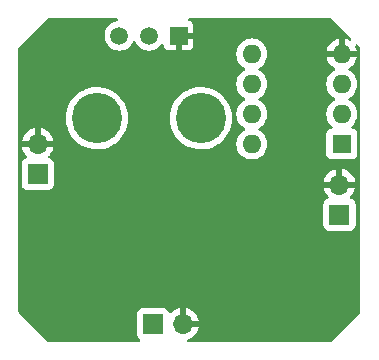
<source format=gbl>
G04 #@! TF.GenerationSoftware,KiCad,Pcbnew,(6.0.7)*
G04 #@! TF.CreationDate,2024-01-15T20:32:35-05:00*
G04 #@! TF.ProjectId,pcb_chip,7063625f-6368-4697-902e-6b696361645f,rev?*
G04 #@! TF.SameCoordinates,Original*
G04 #@! TF.FileFunction,Copper,L2,Bot*
G04 #@! TF.FilePolarity,Positive*
%FSLAX46Y46*%
G04 Gerber Fmt 4.6, Leading zero omitted, Abs format (unit mm)*
G04 Created by KiCad (PCBNEW (6.0.7)) date 2024-01-15 20:32:35*
%MOMM*%
%LPD*%
G01*
G04 APERTURE LIST*
G04 #@! TA.AperFunction,ComponentPad*
%ADD10R,1.600000X1.600000*%
G04 #@! TD*
G04 #@! TA.AperFunction,ComponentPad*
%ADD11O,1.600000X1.600000*%
G04 #@! TD*
G04 #@! TA.AperFunction,ComponentPad*
%ADD12R,1.500000X1.500000*%
G04 #@! TD*
G04 #@! TA.AperFunction,ComponentPad*
%ADD13C,1.500000*%
G04 #@! TD*
G04 #@! TA.AperFunction,ComponentPad*
%ADD14C,4.260000*%
G04 #@! TD*
G04 #@! TA.AperFunction,ComponentPad*
%ADD15R,1.700000X1.700000*%
G04 #@! TD*
G04 #@! TA.AperFunction,ComponentPad*
%ADD16O,1.700000X1.700000*%
G04 #@! TD*
G04 #@! TA.AperFunction,ViaPad*
%ADD17C,1.600000*%
G04 #@! TD*
G04 APERTURE END LIST*
D10*
X141173200Y-90932000D03*
D11*
X141173200Y-88392000D03*
X141173200Y-85852000D03*
X141173200Y-83312000D03*
X133553200Y-83312000D03*
X133553200Y-85852000D03*
X133553200Y-88392000D03*
X133553200Y-90932000D03*
D12*
X127341000Y-81755000D03*
D13*
X124841000Y-81755000D03*
X122341000Y-81755000D03*
D14*
X129241000Y-88755000D03*
X120441000Y-88755000D03*
D15*
X115417600Y-93477000D03*
D16*
X115417600Y-90937000D03*
D15*
X140970000Y-96906000D03*
D16*
X140970000Y-94366000D03*
D15*
X125171200Y-106172000D03*
D16*
X127711200Y-106172000D03*
D17*
X115163600Y-99872800D03*
G04 #@! TA.AperFunction,Conductor*
G36*
X122152204Y-80284502D02*
G01*
X122198697Y-80338158D01*
X122208801Y-80408432D01*
X122179307Y-80473012D01*
X122116695Y-80512207D01*
X121908924Y-80567880D01*
X121815562Y-80611415D01*
X121714334Y-80658618D01*
X121714329Y-80658621D01*
X121709347Y-80660944D01*
X121704840Y-80664100D01*
X121704838Y-80664101D01*
X121533473Y-80784092D01*
X121533470Y-80784094D01*
X121528962Y-80787251D01*
X121373251Y-80942962D01*
X121370094Y-80947470D01*
X121370092Y-80947473D01*
X121291938Y-81059089D01*
X121246944Y-81123347D01*
X121244621Y-81128329D01*
X121244618Y-81128334D01*
X121205195Y-81212878D01*
X121153880Y-81322924D01*
X121096885Y-81535629D01*
X121077693Y-81755000D01*
X121096885Y-81974371D01*
X121153880Y-82187076D01*
X121173277Y-82228673D01*
X121244618Y-82381666D01*
X121244621Y-82381671D01*
X121246944Y-82386653D01*
X121250100Y-82391160D01*
X121250101Y-82391162D01*
X121367873Y-82559357D01*
X121373251Y-82567038D01*
X121528962Y-82722749D01*
X121709346Y-82849056D01*
X121908924Y-82942120D01*
X122121629Y-82999115D01*
X122341000Y-83018307D01*
X122560371Y-82999115D01*
X122773076Y-82942120D01*
X122972654Y-82849056D01*
X123153038Y-82722749D01*
X123308749Y-82567038D01*
X123314128Y-82559357D01*
X123431899Y-82391162D01*
X123431900Y-82391160D01*
X123435056Y-82386653D01*
X123437379Y-82381671D01*
X123437382Y-82381666D01*
X123476805Y-82297122D01*
X123523722Y-82243837D01*
X123592000Y-82224376D01*
X123659960Y-82244918D01*
X123705195Y-82297122D01*
X123744618Y-82381666D01*
X123744621Y-82381671D01*
X123746944Y-82386653D01*
X123750100Y-82391160D01*
X123750101Y-82391162D01*
X123867873Y-82559357D01*
X123873251Y-82567038D01*
X124028962Y-82722749D01*
X124209346Y-82849056D01*
X124408924Y-82942120D01*
X124621629Y-82999115D01*
X124841000Y-83018307D01*
X125060371Y-82999115D01*
X125273076Y-82942120D01*
X125472654Y-82849056D01*
X125653038Y-82722749D01*
X125808749Y-82567038D01*
X125814128Y-82559357D01*
X125855206Y-82500691D01*
X125910663Y-82456363D01*
X125981283Y-82449054D01*
X126044643Y-82481085D01*
X126080628Y-82542286D01*
X126083682Y-82559357D01*
X126088895Y-82607352D01*
X126092521Y-82622604D01*
X126137676Y-82743054D01*
X126146214Y-82758649D01*
X126222715Y-82860724D01*
X126235276Y-82873285D01*
X126337351Y-82949786D01*
X126352946Y-82958324D01*
X126473394Y-83003478D01*
X126488649Y-83007105D01*
X126539514Y-83012631D01*
X126546328Y-83013000D01*
X127068885Y-83013000D01*
X127084124Y-83008525D01*
X127085329Y-83007135D01*
X127087000Y-82999452D01*
X127087000Y-82994884D01*
X127595000Y-82994884D01*
X127599475Y-83010123D01*
X127600865Y-83011328D01*
X127608548Y-83012999D01*
X128135669Y-83012999D01*
X128142490Y-83012629D01*
X128193352Y-83007105D01*
X128208604Y-83003479D01*
X128329054Y-82958324D01*
X128344649Y-82949786D01*
X128446724Y-82873285D01*
X128459285Y-82860724D01*
X128535786Y-82758649D01*
X128544324Y-82743054D01*
X128589478Y-82622606D01*
X128593105Y-82607351D01*
X128598631Y-82556486D01*
X128599000Y-82549672D01*
X128599000Y-82027115D01*
X128594525Y-82011876D01*
X128593135Y-82010671D01*
X128585452Y-82009000D01*
X127613115Y-82009000D01*
X127597876Y-82013475D01*
X127596671Y-82014865D01*
X127595000Y-82022548D01*
X127595000Y-82994884D01*
X127087000Y-82994884D01*
X127087000Y-81627000D01*
X127107002Y-81558879D01*
X127160658Y-81512386D01*
X127213000Y-81501000D01*
X128580884Y-81501000D01*
X128596123Y-81496525D01*
X128597328Y-81495135D01*
X128598999Y-81487452D01*
X128598999Y-80960331D01*
X128598629Y-80953510D01*
X128593105Y-80902648D01*
X128589479Y-80887396D01*
X128544324Y-80766946D01*
X128535786Y-80751351D01*
X128459285Y-80649276D01*
X128446724Y-80636715D01*
X128344649Y-80560214D01*
X128329054Y-80551676D01*
X128213835Y-80508482D01*
X128157071Y-80465840D01*
X128132371Y-80399279D01*
X128147579Y-80329930D01*
X128197865Y-80279812D01*
X128258065Y-80264500D01*
X140199183Y-80264500D01*
X140267304Y-80284502D01*
X140288278Y-80301405D01*
X141946656Y-81959784D01*
X141980682Y-82022096D01*
X141975617Y-82092912D01*
X141933070Y-82149747D01*
X141866550Y-82174558D01*
X141804311Y-82163074D01*
X141627253Y-82080510D01*
X141616961Y-82076764D01*
X141444697Y-82030606D01*
X141430601Y-82030942D01*
X141427200Y-82038884D01*
X141427200Y-83039885D01*
X141431675Y-83055124D01*
X141433065Y-83056329D01*
X141440748Y-83058000D01*
X142441167Y-83058000D01*
X142454698Y-83054027D01*
X142455927Y-83045478D01*
X142408436Y-82868239D01*
X142404690Y-82857947D01*
X142322126Y-82680889D01*
X142311465Y-82610698D01*
X142340445Y-82545885D01*
X142399865Y-82507028D01*
X142470859Y-82506465D01*
X142525416Y-82538544D01*
X142710595Y-82723723D01*
X142744621Y-82786035D01*
X142747500Y-82812818D01*
X142747500Y-105147183D01*
X142727498Y-105215304D01*
X142710595Y-105236278D01*
X140288278Y-107658595D01*
X140225966Y-107692621D01*
X140199183Y-107695500D01*
X128217587Y-107695500D01*
X128149466Y-107675498D01*
X128102973Y-107621842D01*
X128092869Y-107551568D01*
X128122363Y-107486988D01*
X128181380Y-107448814D01*
X128203452Y-107442192D01*
X128213042Y-107438433D01*
X128404295Y-107344739D01*
X128413145Y-107339464D01*
X128586528Y-107215792D01*
X128594400Y-107209139D01*
X128745252Y-107058812D01*
X128751930Y-107050965D01*
X128876203Y-106878020D01*
X128881513Y-106869183D01*
X128975870Y-106678267D01*
X128979669Y-106668672D01*
X129041577Y-106464910D01*
X129043755Y-106454837D01*
X129045186Y-106443962D01*
X129042975Y-106429778D01*
X129029817Y-106426000D01*
X127583200Y-106426000D01*
X127515079Y-106405998D01*
X127468586Y-106352342D01*
X127457200Y-106300000D01*
X127457200Y-105899885D01*
X127965200Y-105899885D01*
X127969675Y-105915124D01*
X127971065Y-105916329D01*
X127978748Y-105918000D01*
X129029544Y-105918000D01*
X129043075Y-105914027D01*
X129044380Y-105904947D01*
X129002414Y-105737875D01*
X128999094Y-105728124D01*
X128914172Y-105532814D01*
X128909305Y-105523739D01*
X128793626Y-105344926D01*
X128787336Y-105336757D01*
X128644006Y-105179240D01*
X128636473Y-105172215D01*
X128469339Y-105040222D01*
X128460752Y-105034517D01*
X128274317Y-104931599D01*
X128264905Y-104927369D01*
X128064159Y-104856280D01*
X128054188Y-104853646D01*
X127983037Y-104840972D01*
X127969740Y-104842432D01*
X127965200Y-104856989D01*
X127965200Y-105899885D01*
X127457200Y-105899885D01*
X127457200Y-104855102D01*
X127453282Y-104841758D01*
X127439006Y-104839771D01*
X127400524Y-104845660D01*
X127390488Y-104848051D01*
X127188068Y-104914212D01*
X127178559Y-104918209D01*
X126989663Y-105016542D01*
X126980938Y-105022036D01*
X126810633Y-105149905D01*
X126802926Y-105156748D01*
X126725678Y-105237584D01*
X126664154Y-105273014D01*
X126593242Y-105269557D01*
X126535455Y-105228311D01*
X126516602Y-105194763D01*
X126474967Y-105083703D01*
X126471815Y-105075295D01*
X126384461Y-104958739D01*
X126267905Y-104871385D01*
X126131516Y-104820255D01*
X126069334Y-104813500D01*
X124273066Y-104813500D01*
X124210884Y-104820255D01*
X124074495Y-104871385D01*
X123957939Y-104958739D01*
X123870585Y-105075295D01*
X123819455Y-105211684D01*
X123812700Y-105273866D01*
X123812700Y-107070134D01*
X123819455Y-107132316D01*
X123870585Y-107268705D01*
X123957939Y-107385261D01*
X124046709Y-107451790D01*
X124069237Y-107468674D01*
X124111752Y-107525533D01*
X124116778Y-107596352D01*
X124082718Y-107658645D01*
X124020387Y-107692635D01*
X123993672Y-107695500D01*
X116340817Y-107695500D01*
X116272696Y-107675498D01*
X116251722Y-107658595D01*
X113829405Y-105236278D01*
X113795379Y-105173966D01*
X113792500Y-105147183D01*
X113792500Y-97804134D01*
X139611500Y-97804134D01*
X139618255Y-97866316D01*
X139669385Y-98002705D01*
X139756739Y-98119261D01*
X139873295Y-98206615D01*
X140009684Y-98257745D01*
X140071866Y-98264500D01*
X141868134Y-98264500D01*
X141930316Y-98257745D01*
X142066705Y-98206615D01*
X142183261Y-98119261D01*
X142270615Y-98002705D01*
X142321745Y-97866316D01*
X142328500Y-97804134D01*
X142328500Y-96007866D01*
X142321745Y-95945684D01*
X142270615Y-95809295D01*
X142183261Y-95692739D01*
X142066705Y-95605385D01*
X141947687Y-95560767D01*
X141890923Y-95518125D01*
X141866223Y-95451564D01*
X141881430Y-95382215D01*
X141902977Y-95353535D01*
X142004052Y-95252812D01*
X142010730Y-95244965D01*
X142135003Y-95072020D01*
X142140313Y-95063183D01*
X142234670Y-94872267D01*
X142238469Y-94862672D01*
X142300377Y-94658910D01*
X142302555Y-94648837D01*
X142303986Y-94637962D01*
X142301775Y-94623778D01*
X142288617Y-94620000D01*
X139653225Y-94620000D01*
X139639694Y-94623973D01*
X139638257Y-94633966D01*
X139668565Y-94768446D01*
X139671645Y-94778275D01*
X139751770Y-94975603D01*
X139756413Y-94984794D01*
X139867694Y-95166388D01*
X139873777Y-95174699D01*
X140013213Y-95335667D01*
X140020577Y-95342879D01*
X140025522Y-95346985D01*
X140065156Y-95405889D01*
X140066653Y-95476870D01*
X140029537Y-95537392D01*
X139989264Y-95561910D01*
X139881705Y-95602232D01*
X139881704Y-95602233D01*
X139873295Y-95605385D01*
X139756739Y-95692739D01*
X139669385Y-95809295D01*
X139618255Y-95945684D01*
X139611500Y-96007866D01*
X139611500Y-97804134D01*
X113792500Y-97804134D01*
X113792500Y-94375134D01*
X114059100Y-94375134D01*
X114065855Y-94437316D01*
X114116985Y-94573705D01*
X114204339Y-94690261D01*
X114320895Y-94777615D01*
X114457284Y-94828745D01*
X114519466Y-94835500D01*
X116315734Y-94835500D01*
X116377916Y-94828745D01*
X116514305Y-94777615D01*
X116630861Y-94690261D01*
X116718215Y-94573705D01*
X116769345Y-94437316D01*
X116776100Y-94375134D01*
X116776100Y-94100183D01*
X139634389Y-94100183D01*
X139635912Y-94108607D01*
X139648292Y-94112000D01*
X140697885Y-94112000D01*
X140713124Y-94107525D01*
X140714329Y-94106135D01*
X140716000Y-94098452D01*
X140716000Y-94093885D01*
X141224000Y-94093885D01*
X141228475Y-94109124D01*
X141229865Y-94110329D01*
X141237548Y-94112000D01*
X142288344Y-94112000D01*
X142301875Y-94108027D01*
X142303180Y-94098947D01*
X142261214Y-93931875D01*
X142257894Y-93922124D01*
X142172972Y-93726814D01*
X142168105Y-93717739D01*
X142052426Y-93538926D01*
X142046136Y-93530757D01*
X141902806Y-93373240D01*
X141895273Y-93366215D01*
X141728139Y-93234222D01*
X141719552Y-93228517D01*
X141533117Y-93125599D01*
X141523705Y-93121369D01*
X141322959Y-93050280D01*
X141312988Y-93047646D01*
X141241837Y-93034972D01*
X141228540Y-93036432D01*
X141224000Y-93050989D01*
X141224000Y-94093885D01*
X140716000Y-94093885D01*
X140716000Y-93049102D01*
X140712082Y-93035758D01*
X140697806Y-93033771D01*
X140659324Y-93039660D01*
X140649288Y-93042051D01*
X140446868Y-93108212D01*
X140437359Y-93112209D01*
X140248463Y-93210542D01*
X140239738Y-93216036D01*
X140069433Y-93343905D01*
X140061726Y-93350748D01*
X139914590Y-93504717D01*
X139908104Y-93512727D01*
X139788098Y-93688649D01*
X139783000Y-93697623D01*
X139693338Y-93890783D01*
X139689775Y-93900470D01*
X139634389Y-94100183D01*
X116776100Y-94100183D01*
X116776100Y-92578866D01*
X116769345Y-92516684D01*
X116718215Y-92380295D01*
X116630861Y-92263739D01*
X116514305Y-92176385D01*
X116395287Y-92131767D01*
X116338523Y-92089125D01*
X116313823Y-92022564D01*
X116329030Y-91953215D01*
X116350577Y-91924535D01*
X116451652Y-91823812D01*
X116458330Y-91815965D01*
X116582603Y-91643020D01*
X116587913Y-91634183D01*
X116682270Y-91443267D01*
X116686069Y-91433672D01*
X116747977Y-91229910D01*
X116750155Y-91219837D01*
X116751586Y-91208962D01*
X116749375Y-91194778D01*
X116736217Y-91191000D01*
X114100825Y-91191000D01*
X114087294Y-91194973D01*
X114085857Y-91204966D01*
X114116165Y-91339446D01*
X114119245Y-91349275D01*
X114199370Y-91546603D01*
X114204013Y-91555794D01*
X114315294Y-91737388D01*
X114321377Y-91745699D01*
X114460813Y-91906667D01*
X114468177Y-91913879D01*
X114473122Y-91917985D01*
X114512756Y-91976889D01*
X114514253Y-92047870D01*
X114477137Y-92108392D01*
X114436864Y-92132910D01*
X114329305Y-92173232D01*
X114329304Y-92173233D01*
X114320895Y-92176385D01*
X114204339Y-92263739D01*
X114116985Y-92380295D01*
X114065855Y-92516684D01*
X114059100Y-92578866D01*
X114059100Y-94375134D01*
X113792500Y-94375134D01*
X113792500Y-90671183D01*
X114081989Y-90671183D01*
X114083512Y-90679607D01*
X114095892Y-90683000D01*
X115145485Y-90683000D01*
X115160724Y-90678525D01*
X115161929Y-90677135D01*
X115163600Y-90669452D01*
X115163600Y-90664885D01*
X115671600Y-90664885D01*
X115676075Y-90680124D01*
X115677465Y-90681329D01*
X115685148Y-90683000D01*
X116735944Y-90683000D01*
X116749475Y-90679027D01*
X116750780Y-90669947D01*
X116708814Y-90502875D01*
X116705494Y-90493124D01*
X116620572Y-90297814D01*
X116615705Y-90288739D01*
X116500026Y-90109926D01*
X116493736Y-90101757D01*
X116350406Y-89944240D01*
X116342873Y-89937215D01*
X116175739Y-89805222D01*
X116167152Y-89799517D01*
X115980717Y-89696599D01*
X115971305Y-89692369D01*
X115770559Y-89621280D01*
X115760588Y-89618646D01*
X115689437Y-89605972D01*
X115676140Y-89607432D01*
X115671600Y-89621989D01*
X115671600Y-90664885D01*
X115163600Y-90664885D01*
X115163600Y-89620102D01*
X115159682Y-89606758D01*
X115145406Y-89604771D01*
X115106924Y-89610660D01*
X115096888Y-89613051D01*
X114894468Y-89679212D01*
X114884959Y-89683209D01*
X114696063Y-89781542D01*
X114687338Y-89787036D01*
X114517033Y-89914905D01*
X114509326Y-89921748D01*
X114362190Y-90075717D01*
X114355704Y-90083727D01*
X114235698Y-90259649D01*
X114230600Y-90268623D01*
X114140938Y-90461783D01*
X114137375Y-90471470D01*
X114081989Y-90671183D01*
X113792500Y-90671183D01*
X113792500Y-88727320D01*
X117797822Y-88727320D01*
X117813640Y-89045063D01*
X117814281Y-89048794D01*
X117814282Y-89048802D01*
X117847170Y-89240197D01*
X117867516Y-89358605D01*
X117868604Y-89362244D01*
X117868605Y-89362247D01*
X117948142Y-89628197D01*
X117958671Y-89663404D01*
X117960184Y-89666875D01*
X117960186Y-89666881D01*
X118007831Y-89776195D01*
X118085782Y-89955044D01*
X118247009Y-90229300D01*
X118249310Y-90232315D01*
X118437718Y-90479189D01*
X118437723Y-90479194D01*
X118440018Y-90482202D01*
X118450658Y-90493124D01*
X118632322Y-90679607D01*
X118662011Y-90710084D01*
X118788993Y-90812363D01*
X118906820Y-90907268D01*
X118906825Y-90907272D01*
X118909773Y-90909646D01*
X119179715Y-91077997D01*
X119467928Y-91212700D01*
X119518087Y-91229143D01*
X119766632Y-91310620D01*
X119766639Y-91310622D01*
X119770236Y-91311801D01*
X120082260Y-91373867D01*
X120240870Y-91385932D01*
X120395703Y-91397710D01*
X120395708Y-91397710D01*
X120399480Y-91397997D01*
X120717302Y-91383843D01*
X120721040Y-91383221D01*
X120721048Y-91383220D01*
X121027380Y-91332232D01*
X121027383Y-91332231D01*
X121031122Y-91331609D01*
X121336394Y-91242052D01*
X121339861Y-91240562D01*
X121339865Y-91240561D01*
X121625211Y-91117966D01*
X121625213Y-91117965D01*
X121628695Y-91116469D01*
X121903793Y-90956680D01*
X121943738Y-90926525D01*
X122154674Y-90767284D01*
X122157701Y-90764999D01*
X122386742Y-90544202D01*
X122587599Y-90297488D01*
X122589609Y-90294302D01*
X122589615Y-90294294D01*
X122755340Y-90031636D01*
X122755341Y-90031633D01*
X122757362Y-90028431D01*
X122893571Y-89740927D01*
X122897458Y-89729278D01*
X122993057Y-89442729D01*
X122994254Y-89439142D01*
X123057952Y-89127447D01*
X123083743Y-88810358D01*
X123084323Y-88755000D01*
X123082655Y-88727320D01*
X126597822Y-88727320D01*
X126613640Y-89045063D01*
X126614281Y-89048794D01*
X126614282Y-89048802D01*
X126647170Y-89240197D01*
X126667516Y-89358605D01*
X126668604Y-89362244D01*
X126668605Y-89362247D01*
X126748142Y-89628197D01*
X126758671Y-89663404D01*
X126760184Y-89666875D01*
X126760186Y-89666881D01*
X126807831Y-89776195D01*
X126885782Y-89955044D01*
X127047009Y-90229300D01*
X127049310Y-90232315D01*
X127237718Y-90479189D01*
X127237723Y-90479194D01*
X127240018Y-90482202D01*
X127250658Y-90493124D01*
X127432322Y-90679607D01*
X127462011Y-90710084D01*
X127588993Y-90812363D01*
X127706820Y-90907268D01*
X127706825Y-90907272D01*
X127709773Y-90909646D01*
X127979715Y-91077997D01*
X128267928Y-91212700D01*
X128318087Y-91229143D01*
X128566632Y-91310620D01*
X128566639Y-91310622D01*
X128570236Y-91311801D01*
X128882260Y-91373867D01*
X129040870Y-91385932D01*
X129195703Y-91397710D01*
X129195708Y-91397710D01*
X129199480Y-91397997D01*
X129517302Y-91383843D01*
X129521040Y-91383221D01*
X129521048Y-91383220D01*
X129827380Y-91332232D01*
X129827383Y-91332231D01*
X129831122Y-91331609D01*
X130136394Y-91242052D01*
X130139861Y-91240562D01*
X130139865Y-91240561D01*
X130425211Y-91117966D01*
X130425213Y-91117965D01*
X130428695Y-91116469D01*
X130703793Y-90956680D01*
X130736486Y-90932000D01*
X132239702Y-90932000D01*
X132259657Y-91160087D01*
X132261081Y-91165400D01*
X132261081Y-91165402D01*
X132316940Y-91373867D01*
X132318916Y-91381243D01*
X132321239Y-91386224D01*
X132321239Y-91386225D01*
X132413351Y-91583762D01*
X132413354Y-91583767D01*
X132415677Y-91588749D01*
X132547002Y-91776300D01*
X132708900Y-91938198D01*
X132713408Y-91941355D01*
X132713411Y-91941357D01*
X132730346Y-91953215D01*
X132896451Y-92069523D01*
X132901433Y-92071846D01*
X132901438Y-92071849D01*
X133098975Y-92163961D01*
X133103957Y-92166284D01*
X133109265Y-92167706D01*
X133109267Y-92167707D01*
X133319798Y-92224119D01*
X133319800Y-92224119D01*
X133325113Y-92225543D01*
X133553200Y-92245498D01*
X133781287Y-92225543D01*
X133786600Y-92224119D01*
X133786602Y-92224119D01*
X133997133Y-92167707D01*
X133997135Y-92167706D01*
X134002443Y-92166284D01*
X134007425Y-92163961D01*
X134204962Y-92071849D01*
X134204967Y-92071846D01*
X134209949Y-92069523D01*
X134376054Y-91953215D01*
X134392989Y-91941357D01*
X134392992Y-91941355D01*
X134397500Y-91938198D01*
X134559398Y-91776300D01*
X134690723Y-91588749D01*
X134693046Y-91583767D01*
X134693049Y-91583762D01*
X134785161Y-91386225D01*
X134785161Y-91386224D01*
X134787484Y-91381243D01*
X134789461Y-91373867D01*
X134845319Y-91165402D01*
X134845319Y-91165400D01*
X134846743Y-91160087D01*
X134866698Y-90932000D01*
X134846743Y-90703913D01*
X134837509Y-90669452D01*
X134788907Y-90488067D01*
X134788906Y-90488065D01*
X134787484Y-90482757D01*
X134702460Y-90300421D01*
X134693049Y-90280238D01*
X134693046Y-90280233D01*
X134690723Y-90275251D01*
X134559398Y-90087700D01*
X134397500Y-89925802D01*
X134392992Y-89922645D01*
X134392989Y-89922643D01*
X134225294Y-89805222D01*
X134209949Y-89794477D01*
X134204967Y-89792154D01*
X134204962Y-89792151D01*
X134170743Y-89776195D01*
X134117458Y-89729278D01*
X134097997Y-89661001D01*
X134118539Y-89593041D01*
X134170743Y-89547805D01*
X134204962Y-89531849D01*
X134204967Y-89531846D01*
X134209949Y-89529523D01*
X134378489Y-89411510D01*
X134392989Y-89401357D01*
X134392992Y-89401355D01*
X134397500Y-89398198D01*
X134559398Y-89236300D01*
X134690723Y-89048749D01*
X134693046Y-89043767D01*
X134693049Y-89043762D01*
X134785161Y-88846225D01*
X134785161Y-88846224D01*
X134787484Y-88841243D01*
X134811186Y-88752789D01*
X134845319Y-88625402D01*
X134845319Y-88625400D01*
X134846743Y-88620087D01*
X134866698Y-88392000D01*
X139859702Y-88392000D01*
X139879657Y-88620087D01*
X139881081Y-88625400D01*
X139881081Y-88625402D01*
X139915215Y-88752789D01*
X139938916Y-88841243D01*
X139941239Y-88846224D01*
X139941239Y-88846225D01*
X140033351Y-89043762D01*
X140033354Y-89043767D01*
X140035677Y-89048749D01*
X140167002Y-89236300D01*
X140328900Y-89398198D01*
X140333411Y-89401357D01*
X140337624Y-89404892D01*
X140336673Y-89406026D01*
X140376671Y-89456071D01*
X140383976Y-89526690D01*
X140351942Y-89590049D01*
X140290738Y-89626030D01*
X140273683Y-89629082D01*
X140262884Y-89630255D01*
X140126495Y-89681385D01*
X140009939Y-89768739D01*
X139922585Y-89885295D01*
X139871455Y-90021684D01*
X139864700Y-90083866D01*
X139864700Y-91780134D01*
X139871455Y-91842316D01*
X139922585Y-91978705D01*
X140009939Y-92095261D01*
X140126495Y-92182615D01*
X140262884Y-92233745D01*
X140325066Y-92240500D01*
X142021334Y-92240500D01*
X142083516Y-92233745D01*
X142219905Y-92182615D01*
X142336461Y-92095261D01*
X142423815Y-91978705D01*
X142474945Y-91842316D01*
X142481700Y-91780134D01*
X142481700Y-90083866D01*
X142474945Y-90021684D01*
X142423815Y-89885295D01*
X142336461Y-89768739D01*
X142219905Y-89681385D01*
X142083516Y-89630255D01*
X142072726Y-89629083D01*
X142070594Y-89628197D01*
X142067978Y-89627575D01*
X142068079Y-89627152D01*
X142007165Y-89601845D01*
X141966737Y-89543483D01*
X141964278Y-89472529D01*
X142000571Y-89411510D01*
X142009231Y-89404511D01*
X142012993Y-89401354D01*
X142017500Y-89398198D01*
X142179398Y-89236300D01*
X142310723Y-89048749D01*
X142313046Y-89043767D01*
X142313049Y-89043762D01*
X142405161Y-88846225D01*
X142405161Y-88846224D01*
X142407484Y-88841243D01*
X142431186Y-88752789D01*
X142465319Y-88625402D01*
X142465319Y-88625400D01*
X142466743Y-88620087D01*
X142486698Y-88392000D01*
X142466743Y-88163913D01*
X142407484Y-87942757D01*
X142336890Y-87791366D01*
X142313049Y-87740238D01*
X142313046Y-87740233D01*
X142310723Y-87735251D01*
X142179398Y-87547700D01*
X142017500Y-87385802D01*
X142012992Y-87382645D01*
X142012989Y-87382643D01*
X141934811Y-87327902D01*
X141829949Y-87254477D01*
X141824967Y-87252154D01*
X141824962Y-87252151D01*
X141790743Y-87236195D01*
X141737458Y-87189278D01*
X141717997Y-87121001D01*
X141738539Y-87053041D01*
X141790743Y-87007805D01*
X141824962Y-86991849D01*
X141824967Y-86991846D01*
X141829949Y-86989523D01*
X141934811Y-86916098D01*
X142012989Y-86861357D01*
X142012992Y-86861355D01*
X142017500Y-86858198D01*
X142179398Y-86696300D01*
X142310723Y-86508749D01*
X142313046Y-86503767D01*
X142313049Y-86503762D01*
X142405161Y-86306225D01*
X142405161Y-86306224D01*
X142407484Y-86301243D01*
X142410815Y-86288814D01*
X142465319Y-86085402D01*
X142465319Y-86085400D01*
X142466743Y-86080087D01*
X142486698Y-85852000D01*
X142466743Y-85623913D01*
X142407484Y-85402757D01*
X142405161Y-85397775D01*
X142313049Y-85200238D01*
X142313046Y-85200233D01*
X142310723Y-85195251D01*
X142179398Y-85007700D01*
X142017500Y-84845802D01*
X142012992Y-84842645D01*
X142012989Y-84842643D01*
X141934811Y-84787902D01*
X141829949Y-84714477D01*
X141824967Y-84712154D01*
X141824962Y-84712151D01*
X141790151Y-84695919D01*
X141736866Y-84649002D01*
X141717405Y-84580725D01*
X141737947Y-84512765D01*
X141790151Y-84467529D01*
X141824711Y-84451414D01*
X141834207Y-84445931D01*
X142012667Y-84320972D01*
X142021075Y-84313916D01*
X142175116Y-84159875D01*
X142182172Y-84151467D01*
X142307131Y-83973007D01*
X142312614Y-83963511D01*
X142404690Y-83766053D01*
X142408436Y-83755761D01*
X142454594Y-83583497D01*
X142454258Y-83569401D01*
X142446316Y-83566000D01*
X139905233Y-83566000D01*
X139891702Y-83569973D01*
X139890473Y-83578522D01*
X139937964Y-83755761D01*
X139941710Y-83766053D01*
X140033786Y-83963511D01*
X140039269Y-83973007D01*
X140164228Y-84151467D01*
X140171284Y-84159875D01*
X140325325Y-84313916D01*
X140333733Y-84320972D01*
X140512193Y-84445931D01*
X140521689Y-84451414D01*
X140556249Y-84467529D01*
X140609534Y-84514446D01*
X140628995Y-84582723D01*
X140608453Y-84650683D01*
X140556249Y-84695919D01*
X140521438Y-84712151D01*
X140521433Y-84712154D01*
X140516451Y-84714477D01*
X140411589Y-84787902D01*
X140333411Y-84842643D01*
X140333408Y-84842645D01*
X140328900Y-84845802D01*
X140167002Y-85007700D01*
X140035677Y-85195251D01*
X140033354Y-85200233D01*
X140033351Y-85200238D01*
X139941239Y-85397775D01*
X139938916Y-85402757D01*
X139879657Y-85623913D01*
X139859702Y-85852000D01*
X139879657Y-86080087D01*
X139881081Y-86085400D01*
X139881081Y-86085402D01*
X139935586Y-86288814D01*
X139938916Y-86301243D01*
X139941239Y-86306224D01*
X139941239Y-86306225D01*
X140033351Y-86503762D01*
X140033354Y-86503767D01*
X140035677Y-86508749D01*
X140167002Y-86696300D01*
X140328900Y-86858198D01*
X140333408Y-86861355D01*
X140333411Y-86861357D01*
X140411589Y-86916098D01*
X140516451Y-86989523D01*
X140521433Y-86991846D01*
X140521438Y-86991849D01*
X140555657Y-87007805D01*
X140608942Y-87054722D01*
X140628403Y-87122999D01*
X140607861Y-87190959D01*
X140555657Y-87236195D01*
X140521438Y-87252151D01*
X140521433Y-87252154D01*
X140516451Y-87254477D01*
X140411589Y-87327902D01*
X140333411Y-87382643D01*
X140333408Y-87382645D01*
X140328900Y-87385802D01*
X140167002Y-87547700D01*
X140035677Y-87735251D01*
X140033354Y-87740233D01*
X140033351Y-87740238D01*
X140009510Y-87791366D01*
X139938916Y-87942757D01*
X139879657Y-88163913D01*
X139859702Y-88392000D01*
X134866698Y-88392000D01*
X134846743Y-88163913D01*
X134787484Y-87942757D01*
X134716890Y-87791366D01*
X134693049Y-87740238D01*
X134693046Y-87740233D01*
X134690723Y-87735251D01*
X134559398Y-87547700D01*
X134397500Y-87385802D01*
X134392992Y-87382645D01*
X134392989Y-87382643D01*
X134314811Y-87327902D01*
X134209949Y-87254477D01*
X134204967Y-87252154D01*
X134204962Y-87252151D01*
X134170743Y-87236195D01*
X134117458Y-87189278D01*
X134097997Y-87121001D01*
X134118539Y-87053041D01*
X134170743Y-87007805D01*
X134204962Y-86991849D01*
X134204967Y-86991846D01*
X134209949Y-86989523D01*
X134314811Y-86916098D01*
X134392989Y-86861357D01*
X134392992Y-86861355D01*
X134397500Y-86858198D01*
X134559398Y-86696300D01*
X134690723Y-86508749D01*
X134693046Y-86503767D01*
X134693049Y-86503762D01*
X134785161Y-86306225D01*
X134785161Y-86306224D01*
X134787484Y-86301243D01*
X134790815Y-86288814D01*
X134845319Y-86085402D01*
X134845319Y-86085400D01*
X134846743Y-86080087D01*
X134866698Y-85852000D01*
X134846743Y-85623913D01*
X134787484Y-85402757D01*
X134785161Y-85397775D01*
X134693049Y-85200238D01*
X134693046Y-85200233D01*
X134690723Y-85195251D01*
X134559398Y-85007700D01*
X134397500Y-84845802D01*
X134392992Y-84842645D01*
X134392989Y-84842643D01*
X134314811Y-84787902D01*
X134209949Y-84714477D01*
X134204967Y-84712154D01*
X134204962Y-84712151D01*
X134170743Y-84696195D01*
X134117458Y-84649278D01*
X134097997Y-84581001D01*
X134118539Y-84513041D01*
X134170743Y-84467805D01*
X134204962Y-84451849D01*
X134204967Y-84451846D01*
X134209949Y-84449523D01*
X134314811Y-84376098D01*
X134392989Y-84321357D01*
X134392992Y-84321355D01*
X134397500Y-84318198D01*
X134559398Y-84156300D01*
X134690723Y-83968749D01*
X134693046Y-83963767D01*
X134693049Y-83963762D01*
X134785161Y-83766225D01*
X134785161Y-83766224D01*
X134787484Y-83761243D01*
X134846743Y-83540087D01*
X134866698Y-83312000D01*
X134846743Y-83083913D01*
X134836444Y-83045478D01*
X134835111Y-83040503D01*
X139891806Y-83040503D01*
X139892142Y-83054599D01*
X139900084Y-83058000D01*
X140901085Y-83058000D01*
X140916324Y-83053525D01*
X140917529Y-83052135D01*
X140919200Y-83044452D01*
X140919200Y-82044033D01*
X140915227Y-82030502D01*
X140906678Y-82029273D01*
X140729439Y-82076764D01*
X140719147Y-82080510D01*
X140521689Y-82172586D01*
X140512193Y-82178069D01*
X140333733Y-82303028D01*
X140325325Y-82310084D01*
X140171284Y-82464125D01*
X140164228Y-82472533D01*
X140039269Y-82650993D01*
X140033786Y-82660489D01*
X139941710Y-82857947D01*
X139937964Y-82868239D01*
X139891806Y-83040503D01*
X134835111Y-83040503D01*
X134788907Y-82868067D01*
X134788906Y-82868065D01*
X134787484Y-82862757D01*
X134739861Y-82760628D01*
X134693049Y-82660238D01*
X134693046Y-82660233D01*
X134690723Y-82655251D01*
X134603432Y-82530587D01*
X134562557Y-82472211D01*
X134562555Y-82472208D01*
X134559398Y-82467700D01*
X134397500Y-82305802D01*
X134392992Y-82302645D01*
X134392989Y-82302643D01*
X134309005Y-82243837D01*
X134209949Y-82174477D01*
X134204967Y-82172154D01*
X134204962Y-82172151D01*
X134007425Y-82080039D01*
X134007424Y-82080039D01*
X134002443Y-82077716D01*
X133997135Y-82076294D01*
X133997133Y-82076293D01*
X133786602Y-82019881D01*
X133786600Y-82019881D01*
X133781287Y-82018457D01*
X133553200Y-81998502D01*
X133325113Y-82018457D01*
X133319800Y-82019881D01*
X133319798Y-82019881D01*
X133109267Y-82076293D01*
X133109265Y-82076294D01*
X133103957Y-82077716D01*
X133098976Y-82080039D01*
X133098975Y-82080039D01*
X132901438Y-82172151D01*
X132901433Y-82172154D01*
X132896451Y-82174477D01*
X132797395Y-82243837D01*
X132713411Y-82302643D01*
X132713408Y-82302645D01*
X132708900Y-82305802D01*
X132547002Y-82467700D01*
X132543845Y-82472208D01*
X132543843Y-82472211D01*
X132502968Y-82530587D01*
X132415677Y-82655251D01*
X132413354Y-82660233D01*
X132413351Y-82660238D01*
X132366539Y-82760628D01*
X132318916Y-82862757D01*
X132317494Y-82868065D01*
X132317493Y-82868067D01*
X132269956Y-83045478D01*
X132259657Y-83083913D01*
X132239702Y-83312000D01*
X132259657Y-83540087D01*
X132318916Y-83761243D01*
X132321239Y-83766224D01*
X132321239Y-83766225D01*
X132413351Y-83963762D01*
X132413354Y-83963767D01*
X132415677Y-83968749D01*
X132547002Y-84156300D01*
X132708900Y-84318198D01*
X132713408Y-84321355D01*
X132713411Y-84321357D01*
X132791589Y-84376098D01*
X132896451Y-84449523D01*
X132901433Y-84451846D01*
X132901438Y-84451849D01*
X132935657Y-84467805D01*
X132988942Y-84514722D01*
X133008403Y-84582999D01*
X132987861Y-84650959D01*
X132935657Y-84696195D01*
X132901438Y-84712151D01*
X132901433Y-84712154D01*
X132896451Y-84714477D01*
X132791589Y-84787902D01*
X132713411Y-84842643D01*
X132713408Y-84842645D01*
X132708900Y-84845802D01*
X132547002Y-85007700D01*
X132415677Y-85195251D01*
X132413354Y-85200233D01*
X132413351Y-85200238D01*
X132321239Y-85397775D01*
X132318916Y-85402757D01*
X132259657Y-85623913D01*
X132239702Y-85852000D01*
X132259657Y-86080087D01*
X132261081Y-86085400D01*
X132261081Y-86085402D01*
X132315586Y-86288814D01*
X132318916Y-86301243D01*
X132321239Y-86306224D01*
X132321239Y-86306225D01*
X132413351Y-86503762D01*
X132413354Y-86503767D01*
X132415677Y-86508749D01*
X132547002Y-86696300D01*
X132708900Y-86858198D01*
X132713408Y-86861355D01*
X132713411Y-86861357D01*
X132791589Y-86916098D01*
X132896451Y-86989523D01*
X132901433Y-86991846D01*
X132901438Y-86991849D01*
X132935657Y-87007805D01*
X132988942Y-87054722D01*
X133008403Y-87122999D01*
X132987861Y-87190959D01*
X132935657Y-87236195D01*
X132901438Y-87252151D01*
X132901433Y-87252154D01*
X132896451Y-87254477D01*
X132791589Y-87327902D01*
X132713411Y-87382643D01*
X132713408Y-87382645D01*
X132708900Y-87385802D01*
X132547002Y-87547700D01*
X132415677Y-87735251D01*
X132413354Y-87740233D01*
X132413351Y-87740238D01*
X132389510Y-87791366D01*
X132318916Y-87942757D01*
X132259657Y-88163913D01*
X132239702Y-88392000D01*
X132259657Y-88620087D01*
X132261081Y-88625400D01*
X132261081Y-88625402D01*
X132295215Y-88752789D01*
X132318916Y-88841243D01*
X132321239Y-88846224D01*
X132321239Y-88846225D01*
X132413351Y-89043762D01*
X132413354Y-89043767D01*
X132415677Y-89048749D01*
X132547002Y-89236300D01*
X132708900Y-89398198D01*
X132713408Y-89401355D01*
X132713411Y-89401357D01*
X132727911Y-89411510D01*
X132896451Y-89529523D01*
X132901433Y-89531846D01*
X132901438Y-89531849D01*
X132935657Y-89547805D01*
X132988942Y-89594722D01*
X133008403Y-89662999D01*
X132987861Y-89730959D01*
X132935657Y-89776195D01*
X132901438Y-89792151D01*
X132901433Y-89792154D01*
X132896451Y-89794477D01*
X132881106Y-89805222D01*
X132713411Y-89922643D01*
X132713408Y-89922645D01*
X132708900Y-89925802D01*
X132547002Y-90087700D01*
X132415677Y-90275251D01*
X132413354Y-90280233D01*
X132413351Y-90280238D01*
X132403940Y-90300421D01*
X132318916Y-90482757D01*
X132317494Y-90488065D01*
X132317493Y-90488067D01*
X132268891Y-90669452D01*
X132259657Y-90703913D01*
X132239702Y-90932000D01*
X130736486Y-90932000D01*
X130743738Y-90926525D01*
X130954674Y-90767284D01*
X130957701Y-90764999D01*
X131186742Y-90544202D01*
X131387599Y-90297488D01*
X131389609Y-90294302D01*
X131389615Y-90294294D01*
X131555340Y-90031636D01*
X131555341Y-90031633D01*
X131557362Y-90028431D01*
X131693571Y-89740927D01*
X131697458Y-89729278D01*
X131793057Y-89442729D01*
X131794254Y-89439142D01*
X131857952Y-89127447D01*
X131883743Y-88810358D01*
X131884323Y-88755000D01*
X131882655Y-88727320D01*
X131865406Y-88441218D01*
X131865406Y-88441214D01*
X131865178Y-88437440D01*
X131860163Y-88409977D01*
X131845417Y-88329237D01*
X131808022Y-88124479D01*
X131713681Y-87820652D01*
X131703712Y-87798417D01*
X131585072Y-87533816D01*
X131583522Y-87530359D01*
X131570870Y-87509343D01*
X131421381Y-87261042D01*
X131421380Y-87261040D01*
X131419432Y-87257805D01*
X131417112Y-87254830D01*
X131417107Y-87254823D01*
X131226122Y-87009934D01*
X131226120Y-87009932D01*
X131223786Y-87006939D01*
X130999419Y-86781394D01*
X130749580Y-86584437D01*
X130477890Y-86418922D01*
X130362400Y-86366412D01*
X130191734Y-86288814D01*
X130191727Y-86288811D01*
X130188282Y-86287245D01*
X129884953Y-86191315D01*
X129671881Y-86151247D01*
X129576019Y-86133220D01*
X129576017Y-86133220D01*
X129572296Y-86132520D01*
X129254840Y-86111713D01*
X129251060Y-86111921D01*
X129251059Y-86111921D01*
X129156956Y-86117100D01*
X128937184Y-86129195D01*
X128933457Y-86129856D01*
X128933453Y-86129856D01*
X128822943Y-86149441D01*
X128623929Y-86184712D01*
X128620313Y-86185814D01*
X128620305Y-86185816D01*
X128323233Y-86276357D01*
X128319611Y-86277461D01*
X128028641Y-86406098D01*
X127755232Y-86568759D01*
X127503345Y-86763089D01*
X127276628Y-86986272D01*
X127078366Y-87235075D01*
X126911430Y-87505896D01*
X126778239Y-87794810D01*
X126777080Y-87798410D01*
X126777077Y-87798417D01*
X126732200Y-87937775D01*
X126680722Y-88097632D01*
X126680003Y-88101348D01*
X126680001Y-88101356D01*
X126621010Y-88406258D01*
X126621009Y-88406267D01*
X126620291Y-88409977D01*
X126620024Y-88413753D01*
X126620023Y-88413758D01*
X126618079Y-88441218D01*
X126597822Y-88727320D01*
X123082655Y-88727320D01*
X123065406Y-88441218D01*
X123065406Y-88441214D01*
X123065178Y-88437440D01*
X123060163Y-88409977D01*
X123045417Y-88329237D01*
X123008022Y-88124479D01*
X122913681Y-87820652D01*
X122903712Y-87798417D01*
X122785072Y-87533816D01*
X122783522Y-87530359D01*
X122770870Y-87509343D01*
X122621381Y-87261042D01*
X122621380Y-87261040D01*
X122619432Y-87257805D01*
X122617112Y-87254830D01*
X122617107Y-87254823D01*
X122426122Y-87009934D01*
X122426120Y-87009932D01*
X122423786Y-87006939D01*
X122199419Y-86781394D01*
X121949580Y-86584437D01*
X121677890Y-86418922D01*
X121562400Y-86366412D01*
X121391734Y-86288814D01*
X121391727Y-86288811D01*
X121388282Y-86287245D01*
X121084953Y-86191315D01*
X120871881Y-86151247D01*
X120776019Y-86133220D01*
X120776017Y-86133220D01*
X120772296Y-86132520D01*
X120454840Y-86111713D01*
X120451060Y-86111921D01*
X120451059Y-86111921D01*
X120356956Y-86117100D01*
X120137184Y-86129195D01*
X120133457Y-86129856D01*
X120133453Y-86129856D01*
X120022943Y-86149441D01*
X119823929Y-86184712D01*
X119820313Y-86185814D01*
X119820305Y-86185816D01*
X119523233Y-86276357D01*
X119519611Y-86277461D01*
X119228641Y-86406098D01*
X118955232Y-86568759D01*
X118703345Y-86763089D01*
X118476628Y-86986272D01*
X118278366Y-87235075D01*
X118111430Y-87505896D01*
X117978239Y-87794810D01*
X117977080Y-87798410D01*
X117977077Y-87798417D01*
X117932200Y-87937775D01*
X117880722Y-88097632D01*
X117880003Y-88101348D01*
X117880001Y-88101356D01*
X117821010Y-88406258D01*
X117821009Y-88406267D01*
X117820291Y-88409977D01*
X117820024Y-88413753D01*
X117820023Y-88413758D01*
X117818079Y-88441218D01*
X117797822Y-88727320D01*
X113792500Y-88727320D01*
X113792500Y-82812817D01*
X113812502Y-82744696D01*
X113829405Y-82723722D01*
X116251723Y-80301405D01*
X116314035Y-80267379D01*
X116340818Y-80264500D01*
X122084083Y-80264500D01*
X122152204Y-80284502D01*
G37*
G04 #@! TD.AperFunction*
M02*

</source>
